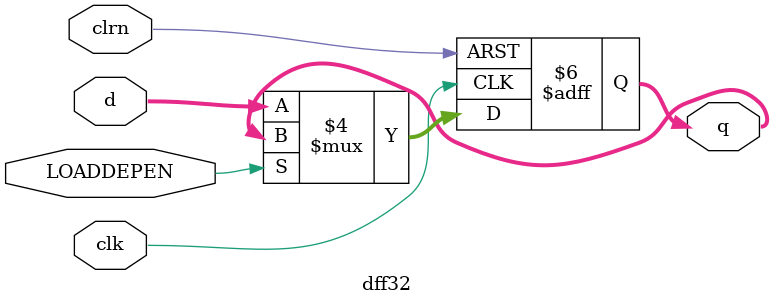
<source format=v>
`timescale 1ns / 1ps
module dff32(
    d,clk,clrn,q, LOADDEPEN
);
    input [31:0] d;
    input clk,clrn;
    input LOADDEPEN;
    output [31:0] q;
    reg [31:0] q;
    always @ (negedge clrn or posedge clk) begin
        if(clrn==0) begin q<=0; end
        else if (~LOADDEPEN) begin q<=d; end	 
    end
endmodule

</source>
